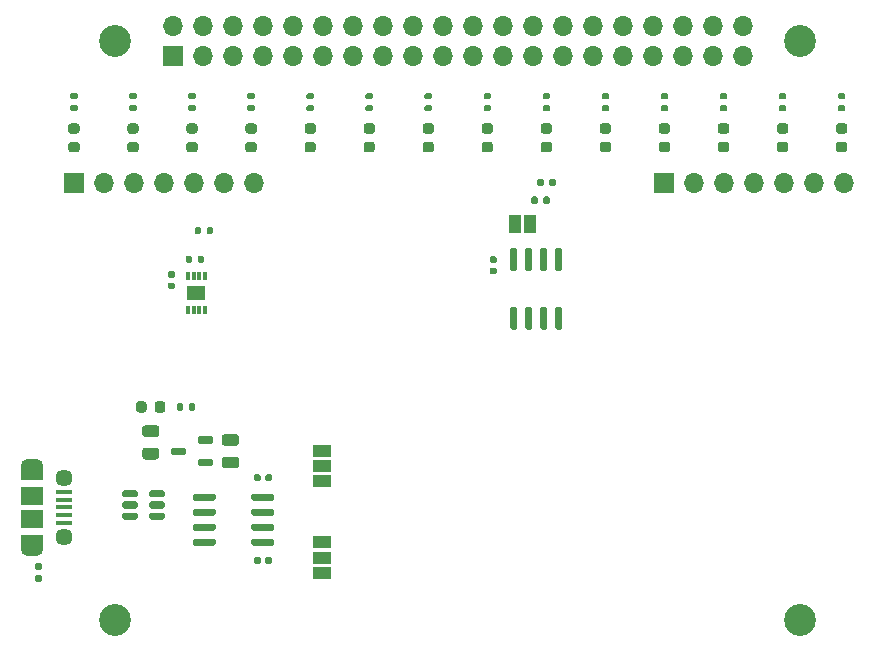
<source format=gts>
G04 #@! TF.GenerationSoftware,KiCad,Pcbnew,7.0.7-7.0.7~ubuntu23.04.1*
G04 #@! TF.CreationDate,2023-08-30T06:09:28+00:00*
G04 #@! TF.ProjectId,baggerdails,62616767-6572-4646-9169-6c732e6b6963,rev?*
G04 #@! TF.SameCoordinates,Original*
G04 #@! TF.FileFunction,Soldermask,Top*
G04 #@! TF.FilePolarity,Negative*
%FSLAX46Y46*%
G04 Gerber Fmt 4.6, Leading zero omitted, Abs format (unit mm)*
G04 Created by KiCad (PCBNEW 7.0.7-7.0.7~ubuntu23.04.1) date 2023-08-30 06:09:28*
%MOMM*%
%LPD*%
G01*
G04 APERTURE LIST*
%ADD10R,1.500000X1.000000*%
%ADD11C,2.700000*%
%ADD12R,1.000000X1.500000*%
%ADD13R,1.700000X1.700000*%
%ADD14O,1.700000X1.700000*%
%ADD15R,0.300000X0.750000*%
%ADD16R,1.500000X1.300000*%
%ADD17R,1.350000X0.400000*%
%ADD18O,1.900000X1.200000*%
%ADD19R,1.900000X1.200000*%
%ADD20C,1.450000*%
%ADD21R,1.900000X1.500000*%
G04 APERTURE END LIST*
G36*
G01*
X111800000Y-83050000D02*
X111800000Y-83350000D01*
G75*
G02*
X111650000Y-83500000I-150000J0D01*
G01*
X110625000Y-83500000D01*
G75*
G02*
X110475000Y-83350000I0J150000D01*
G01*
X110475000Y-83050000D01*
G75*
G02*
X110625000Y-82900000I150000J0D01*
G01*
X111650000Y-82900000D01*
G75*
G02*
X111800000Y-83050000I0J-150000D01*
G01*
G37*
G36*
G01*
X111800000Y-81150000D02*
X111800000Y-81450000D01*
G75*
G02*
X111650000Y-81600000I-150000J0D01*
G01*
X110625000Y-81600000D01*
G75*
G02*
X110475000Y-81450000I0J150000D01*
G01*
X110475000Y-81150000D01*
G75*
G02*
X110625000Y-81000000I150000J0D01*
G01*
X111650000Y-81000000D01*
G75*
G02*
X111800000Y-81150000I0J-150000D01*
G01*
G37*
G36*
G01*
X109525000Y-82100000D02*
X109525000Y-82400000D01*
G75*
G02*
X109375000Y-82550000I-150000J0D01*
G01*
X108350000Y-82550000D01*
G75*
G02*
X108200000Y-82400000I0J150000D01*
G01*
X108200000Y-82100000D01*
G75*
G02*
X108350000Y-81950000I150000J0D01*
G01*
X109375000Y-81950000D01*
G75*
G02*
X109525000Y-82100000I0J-150000D01*
G01*
G37*
G36*
G01*
X96827500Y-91735000D02*
X97172500Y-91735000D01*
G75*
G02*
X97320000Y-91882500I0J-147500D01*
G01*
X97320000Y-92177500D01*
G75*
G02*
X97172500Y-92325000I-147500J0D01*
G01*
X96827500Y-92325000D01*
G75*
G02*
X96680000Y-92177500I0J147500D01*
G01*
X96680000Y-91882500D01*
G75*
G02*
X96827500Y-91735000I147500J0D01*
G01*
G37*
G36*
G01*
X96827500Y-92705000D02*
X97172500Y-92705000D01*
G75*
G02*
X97320000Y-92852500I0J-147500D01*
G01*
X97320000Y-93147500D01*
G75*
G02*
X97172500Y-93295000I-147500J0D01*
G01*
X96827500Y-93295000D01*
G75*
G02*
X96680000Y-93147500I0J147500D01*
G01*
X96680000Y-92852500D01*
G75*
G02*
X96827500Y-92705000I147500J0D01*
G01*
G37*
D10*
X121000000Y-84800000D03*
X121000000Y-83500000D03*
X121000000Y-82200000D03*
D11*
X161500000Y-47500000D03*
G36*
G01*
X120256250Y-56937500D02*
X119743750Y-56937500D01*
G75*
G02*
X119525000Y-56718750I0J218750D01*
G01*
X119525000Y-56281250D01*
G75*
G02*
X119743750Y-56062500I218750J0D01*
G01*
X120256250Y-56062500D01*
G75*
G02*
X120475000Y-56281250I0J-218750D01*
G01*
X120475000Y-56718750D01*
G75*
G02*
X120256250Y-56937500I-218750J0D01*
G01*
G37*
G36*
G01*
X120256250Y-55362500D02*
X119743750Y-55362500D01*
G75*
G02*
X119525000Y-55143750I0J218750D01*
G01*
X119525000Y-54706250D01*
G75*
G02*
X119743750Y-54487500I218750J0D01*
G01*
X120256250Y-54487500D01*
G75*
G02*
X120475000Y-54706250I0J-218750D01*
G01*
X120475000Y-55143750D01*
G75*
G02*
X120256250Y-55362500I-218750J0D01*
G01*
G37*
G36*
G01*
X160256250Y-56937500D02*
X159743750Y-56937500D01*
G75*
G02*
X159525000Y-56718750I0J218750D01*
G01*
X159525000Y-56281250D01*
G75*
G02*
X159743750Y-56062500I218750J0D01*
G01*
X160256250Y-56062500D01*
G75*
G02*
X160475000Y-56281250I0J-218750D01*
G01*
X160475000Y-56718750D01*
G75*
G02*
X160256250Y-56937500I-218750J0D01*
G01*
G37*
G36*
G01*
X160256250Y-55362500D02*
X159743750Y-55362500D01*
G75*
G02*
X159525000Y-55143750I0J218750D01*
G01*
X159525000Y-54706250D01*
G75*
G02*
X159743750Y-54487500I218750J0D01*
G01*
X160256250Y-54487500D01*
G75*
G02*
X160475000Y-54706250I0J-218750D01*
G01*
X160475000Y-55143750D01*
G75*
G02*
X160256250Y-55362500I-218750J0D01*
G01*
G37*
G36*
G01*
X108080000Y-67010000D02*
X108420000Y-67010000D01*
G75*
G02*
X108560000Y-67150000I0J-140000D01*
G01*
X108560000Y-67430000D01*
G75*
G02*
X108420000Y-67570000I-140000J0D01*
G01*
X108080000Y-67570000D01*
G75*
G02*
X107940000Y-67430000I0J140000D01*
G01*
X107940000Y-67150000D01*
G75*
G02*
X108080000Y-67010000I140000J0D01*
G01*
G37*
G36*
G01*
X108080000Y-67970000D02*
X108420000Y-67970000D01*
G75*
G02*
X108560000Y-68110000I0J-140000D01*
G01*
X108560000Y-68390000D01*
G75*
G02*
X108420000Y-68530000I-140000J0D01*
G01*
X108080000Y-68530000D01*
G75*
G02*
X107940000Y-68390000I0J140000D01*
G01*
X107940000Y-68110000D01*
G75*
G02*
X108080000Y-67970000I140000J0D01*
G01*
G37*
G36*
G01*
X138720000Y-61185000D02*
X138720000Y-60815000D01*
G75*
G02*
X138855000Y-60680000I135000J0D01*
G01*
X139125000Y-60680000D01*
G75*
G02*
X139260000Y-60815000I0J-135000D01*
G01*
X139260000Y-61185000D01*
G75*
G02*
X139125000Y-61320000I-135000J0D01*
G01*
X138855000Y-61320000D01*
G75*
G02*
X138720000Y-61185000I0J135000D01*
G01*
G37*
G36*
G01*
X139740000Y-61185000D02*
X139740000Y-60815000D01*
G75*
G02*
X139875000Y-60680000I135000J0D01*
G01*
X140145000Y-60680000D01*
G75*
G02*
X140280000Y-60815000I0J-135000D01*
G01*
X140280000Y-61185000D01*
G75*
G02*
X140145000Y-61320000I-135000J0D01*
G01*
X139875000Y-61320000D01*
G75*
G02*
X139740000Y-61185000I0J135000D01*
G01*
G37*
G36*
G01*
X149815000Y-51922500D02*
X150185000Y-51922500D01*
G75*
G02*
X150320000Y-52057500I0J-135000D01*
G01*
X150320000Y-52327500D01*
G75*
G02*
X150185000Y-52462500I-135000J0D01*
G01*
X149815000Y-52462500D01*
G75*
G02*
X149680000Y-52327500I0J135000D01*
G01*
X149680000Y-52057500D01*
G75*
G02*
X149815000Y-51922500I135000J0D01*
G01*
G37*
G36*
G01*
X149815000Y-52942500D02*
X150185000Y-52942500D01*
G75*
G02*
X150320000Y-53077500I0J-135000D01*
G01*
X150320000Y-53347500D01*
G75*
G02*
X150185000Y-53482500I-135000J0D01*
G01*
X149815000Y-53482500D01*
G75*
G02*
X149680000Y-53347500I0J135000D01*
G01*
X149680000Y-53077500D01*
G75*
G02*
X149815000Y-52942500I135000J0D01*
G01*
G37*
G36*
G01*
X100256250Y-56937500D02*
X99743750Y-56937500D01*
G75*
G02*
X99525000Y-56718750I0J218750D01*
G01*
X99525000Y-56281250D01*
G75*
G02*
X99743750Y-56062500I218750J0D01*
G01*
X100256250Y-56062500D01*
G75*
G02*
X100475000Y-56281250I0J-218750D01*
G01*
X100475000Y-56718750D01*
G75*
G02*
X100256250Y-56937500I-218750J0D01*
G01*
G37*
G36*
G01*
X100256250Y-55362500D02*
X99743750Y-55362500D01*
G75*
G02*
X99525000Y-55143750I0J218750D01*
G01*
X99525000Y-54706250D01*
G75*
G02*
X99743750Y-54487500I218750J0D01*
G01*
X100256250Y-54487500D01*
G75*
G02*
X100475000Y-54706250I0J-218750D01*
G01*
X100475000Y-55143750D01*
G75*
G02*
X100256250Y-55362500I-218750J0D01*
G01*
G37*
G36*
G01*
X113725000Y-83700000D02*
X112775000Y-83700000D01*
G75*
G02*
X112525000Y-83450000I0J250000D01*
G01*
X112525000Y-82950000D01*
G75*
G02*
X112775000Y-82700000I250000J0D01*
G01*
X113725000Y-82700000D01*
G75*
G02*
X113975000Y-82950000I0J-250000D01*
G01*
X113975000Y-83450000D01*
G75*
G02*
X113725000Y-83700000I-250000J0D01*
G01*
G37*
G36*
G01*
X113725000Y-81800000D02*
X112775000Y-81800000D01*
G75*
G02*
X112525000Y-81550000I0J250000D01*
G01*
X112525000Y-81050000D01*
G75*
G02*
X112775000Y-80800000I250000J0D01*
G01*
X113725000Y-80800000D01*
G75*
G02*
X113975000Y-81050000I0J-250000D01*
G01*
X113975000Y-81550000D01*
G75*
G02*
X113725000Y-81800000I-250000J0D01*
G01*
G37*
G36*
G01*
X144815000Y-51922500D02*
X145185000Y-51922500D01*
G75*
G02*
X145320000Y-52057500I0J-135000D01*
G01*
X145320000Y-52327500D01*
G75*
G02*
X145185000Y-52462500I-135000J0D01*
G01*
X144815000Y-52462500D01*
G75*
G02*
X144680000Y-52327500I0J135000D01*
G01*
X144680000Y-52057500D01*
G75*
G02*
X144815000Y-51922500I135000J0D01*
G01*
G37*
G36*
G01*
X144815000Y-52942500D02*
X145185000Y-52942500D01*
G75*
G02*
X145320000Y-53077500I0J-135000D01*
G01*
X145320000Y-53347500D01*
G75*
G02*
X145185000Y-53482500I-135000J0D01*
G01*
X144815000Y-53482500D01*
G75*
G02*
X144680000Y-53347500I0J135000D01*
G01*
X144680000Y-53077500D01*
G75*
G02*
X144815000Y-52942500I135000J0D01*
G01*
G37*
G36*
G01*
X159815000Y-51922500D02*
X160185000Y-51922500D01*
G75*
G02*
X160320000Y-52057500I0J-135000D01*
G01*
X160320000Y-52327500D01*
G75*
G02*
X160185000Y-52462500I-135000J0D01*
G01*
X159815000Y-52462500D01*
G75*
G02*
X159680000Y-52327500I0J135000D01*
G01*
X159680000Y-52057500D01*
G75*
G02*
X159815000Y-51922500I135000J0D01*
G01*
G37*
G36*
G01*
X159815000Y-52942500D02*
X160185000Y-52942500D01*
G75*
G02*
X160320000Y-53077500I0J-135000D01*
G01*
X160320000Y-53347500D01*
G75*
G02*
X160185000Y-53482500I-135000J0D01*
G01*
X159815000Y-53482500D01*
G75*
G02*
X159680000Y-53347500I0J135000D01*
G01*
X159680000Y-53077500D01*
G75*
G02*
X159815000Y-52942500I135000J0D01*
G01*
G37*
G36*
G01*
X116780000Y-84330000D02*
X116780000Y-84670000D01*
G75*
G02*
X116640000Y-84810000I-140000J0D01*
G01*
X116360000Y-84810000D01*
G75*
G02*
X116220000Y-84670000I0J140000D01*
G01*
X116220000Y-84330000D01*
G75*
G02*
X116360000Y-84190000I140000J0D01*
G01*
X116640000Y-84190000D01*
G75*
G02*
X116780000Y-84330000I0J-140000D01*
G01*
G37*
G36*
G01*
X115820000Y-84330000D02*
X115820000Y-84670000D01*
G75*
G02*
X115680000Y-84810000I-140000J0D01*
G01*
X115400000Y-84810000D01*
G75*
G02*
X115260000Y-84670000I0J140000D01*
G01*
X115260000Y-84330000D01*
G75*
G02*
X115400000Y-84190000I140000J0D01*
G01*
X115680000Y-84190000D01*
G75*
G02*
X115820000Y-84330000I0J-140000D01*
G01*
G37*
G36*
G01*
X135256250Y-56937500D02*
X134743750Y-56937500D01*
G75*
G02*
X134525000Y-56718750I0J218750D01*
G01*
X134525000Y-56281250D01*
G75*
G02*
X134743750Y-56062500I218750J0D01*
G01*
X135256250Y-56062500D01*
G75*
G02*
X135475000Y-56281250I0J-218750D01*
G01*
X135475000Y-56718750D01*
G75*
G02*
X135256250Y-56937500I-218750J0D01*
G01*
G37*
G36*
G01*
X135256250Y-55362500D02*
X134743750Y-55362500D01*
G75*
G02*
X134525000Y-55143750I0J218750D01*
G01*
X134525000Y-54706250D01*
G75*
G02*
X134743750Y-54487500I218750J0D01*
G01*
X135256250Y-54487500D01*
G75*
G02*
X135475000Y-54706250I0J-218750D01*
G01*
X135475000Y-55143750D01*
G75*
G02*
X135256250Y-55362500I-218750J0D01*
G01*
G37*
G36*
G01*
X154815000Y-51922500D02*
X155185000Y-51922500D01*
G75*
G02*
X155320000Y-52057500I0J-135000D01*
G01*
X155320000Y-52327500D01*
G75*
G02*
X155185000Y-52462500I-135000J0D01*
G01*
X154815000Y-52462500D01*
G75*
G02*
X154680000Y-52327500I0J135000D01*
G01*
X154680000Y-52057500D01*
G75*
G02*
X154815000Y-51922500I135000J0D01*
G01*
G37*
G36*
G01*
X154815000Y-52942500D02*
X155185000Y-52942500D01*
G75*
G02*
X155320000Y-53077500I0J-135000D01*
G01*
X155320000Y-53347500D01*
G75*
G02*
X155185000Y-53482500I-135000J0D01*
G01*
X154815000Y-53482500D01*
G75*
G02*
X154680000Y-53347500I0J135000D01*
G01*
X154680000Y-53077500D01*
G75*
G02*
X154815000Y-52942500I135000J0D01*
G01*
G37*
G36*
G01*
X106975000Y-82950000D02*
X106025000Y-82950000D01*
G75*
G02*
X105775000Y-82700000I0J250000D01*
G01*
X105775000Y-82200000D01*
G75*
G02*
X106025000Y-81950000I250000J0D01*
G01*
X106975000Y-81950000D01*
G75*
G02*
X107225000Y-82200000I0J-250000D01*
G01*
X107225000Y-82700000D01*
G75*
G02*
X106975000Y-82950000I-250000J0D01*
G01*
G37*
G36*
G01*
X106975000Y-81050000D02*
X106025000Y-81050000D01*
G75*
G02*
X105775000Y-80800000I0J250000D01*
G01*
X105775000Y-80300000D01*
G75*
G02*
X106025000Y-80050000I250000J0D01*
G01*
X106975000Y-80050000D01*
G75*
G02*
X107225000Y-80300000I0J-250000D01*
G01*
X107225000Y-80800000D01*
G75*
G02*
X106975000Y-81050000I-250000J0D01*
G01*
G37*
G36*
G01*
X104815000Y-51922500D02*
X105185000Y-51922500D01*
G75*
G02*
X105320000Y-52057500I0J-135000D01*
G01*
X105320000Y-52327500D01*
G75*
G02*
X105185000Y-52462500I-135000J0D01*
G01*
X104815000Y-52462500D01*
G75*
G02*
X104680000Y-52327500I0J135000D01*
G01*
X104680000Y-52057500D01*
G75*
G02*
X104815000Y-51922500I135000J0D01*
G01*
G37*
G36*
G01*
X104815000Y-52942500D02*
X105185000Y-52942500D01*
G75*
G02*
X105320000Y-53077500I0J-135000D01*
G01*
X105320000Y-53347500D01*
G75*
G02*
X105185000Y-53482500I-135000J0D01*
G01*
X104815000Y-53482500D01*
G75*
G02*
X104680000Y-53347500I0J135000D01*
G01*
X104680000Y-53077500D01*
G75*
G02*
X104815000Y-52942500I135000J0D01*
G01*
G37*
D12*
X138650000Y-62975000D03*
X137350000Y-62975000D03*
G36*
G01*
X135330000Y-65740000D02*
X135670000Y-65740000D01*
G75*
G02*
X135810000Y-65880000I0J-140000D01*
G01*
X135810000Y-66160000D01*
G75*
G02*
X135670000Y-66300000I-140000J0D01*
G01*
X135330000Y-66300000D01*
G75*
G02*
X135190000Y-66160000I0J140000D01*
G01*
X135190000Y-65880000D01*
G75*
G02*
X135330000Y-65740000I140000J0D01*
G01*
G37*
G36*
G01*
X135330000Y-66700000D02*
X135670000Y-66700000D01*
G75*
G02*
X135810000Y-66840000I0J-140000D01*
G01*
X135810000Y-67120000D01*
G75*
G02*
X135670000Y-67260000I-140000J0D01*
G01*
X135330000Y-67260000D01*
G75*
G02*
X135190000Y-67120000I0J140000D01*
G01*
X135190000Y-66840000D01*
G75*
G02*
X135330000Y-66700000I140000J0D01*
G01*
G37*
G36*
G01*
X125256250Y-56937500D02*
X124743750Y-56937500D01*
G75*
G02*
X124525000Y-56718750I0J218750D01*
G01*
X124525000Y-56281250D01*
G75*
G02*
X124743750Y-56062500I218750J0D01*
G01*
X125256250Y-56062500D01*
G75*
G02*
X125475000Y-56281250I0J-218750D01*
G01*
X125475000Y-56718750D01*
G75*
G02*
X125256250Y-56937500I-218750J0D01*
G01*
G37*
G36*
G01*
X125256250Y-55362500D02*
X124743750Y-55362500D01*
G75*
G02*
X124525000Y-55143750I0J218750D01*
G01*
X124525000Y-54706250D01*
G75*
G02*
X124743750Y-54487500I218750J0D01*
G01*
X125256250Y-54487500D01*
G75*
G02*
X125475000Y-54706250I0J-218750D01*
G01*
X125475000Y-55143750D01*
G75*
G02*
X125256250Y-55362500I-218750J0D01*
G01*
G37*
G36*
G01*
X110220000Y-63755000D02*
X110220000Y-63385000D01*
G75*
G02*
X110355000Y-63250000I135000J0D01*
G01*
X110625000Y-63250000D01*
G75*
G02*
X110760000Y-63385000I0J-135000D01*
G01*
X110760000Y-63755000D01*
G75*
G02*
X110625000Y-63890000I-135000J0D01*
G01*
X110355000Y-63890000D01*
G75*
G02*
X110220000Y-63755000I0J135000D01*
G01*
G37*
G36*
G01*
X111240000Y-63755000D02*
X111240000Y-63385000D01*
G75*
G02*
X111375000Y-63250000I135000J0D01*
G01*
X111645000Y-63250000D01*
G75*
G02*
X111780000Y-63385000I0J-135000D01*
G01*
X111780000Y-63755000D01*
G75*
G02*
X111645000Y-63890000I-135000J0D01*
G01*
X111375000Y-63890000D01*
G75*
G02*
X111240000Y-63755000I0J135000D01*
G01*
G37*
G36*
G01*
X114815000Y-51922500D02*
X115185000Y-51922500D01*
G75*
G02*
X115320000Y-52057500I0J-135000D01*
G01*
X115320000Y-52327500D01*
G75*
G02*
X115185000Y-52462500I-135000J0D01*
G01*
X114815000Y-52462500D01*
G75*
G02*
X114680000Y-52327500I0J135000D01*
G01*
X114680000Y-52057500D01*
G75*
G02*
X114815000Y-51922500I135000J0D01*
G01*
G37*
G36*
G01*
X114815000Y-52942500D02*
X115185000Y-52942500D01*
G75*
G02*
X115320000Y-53077500I0J-135000D01*
G01*
X115320000Y-53347500D01*
G75*
G02*
X115185000Y-53482500I-135000J0D01*
G01*
X114815000Y-53482500D01*
G75*
G02*
X114680000Y-53347500I0J135000D01*
G01*
X114680000Y-53077500D01*
G75*
G02*
X114815000Y-52942500I135000J0D01*
G01*
G37*
G36*
G01*
X116760000Y-91330000D02*
X116760000Y-91670000D01*
G75*
G02*
X116620000Y-91810000I-140000J0D01*
G01*
X116340000Y-91810000D01*
G75*
G02*
X116200000Y-91670000I0J140000D01*
G01*
X116200000Y-91330000D01*
G75*
G02*
X116340000Y-91190000I140000J0D01*
G01*
X116620000Y-91190000D01*
G75*
G02*
X116760000Y-91330000I0J-140000D01*
G01*
G37*
G36*
G01*
X115800000Y-91330000D02*
X115800000Y-91670000D01*
G75*
G02*
X115660000Y-91810000I-140000J0D01*
G01*
X115380000Y-91810000D01*
G75*
G02*
X115240000Y-91670000I0J140000D01*
G01*
X115240000Y-91330000D01*
G75*
G02*
X115380000Y-91190000I140000J0D01*
G01*
X115660000Y-91190000D01*
G75*
G02*
X115800000Y-91330000I0J-140000D01*
G01*
G37*
G36*
G01*
X130256250Y-56937500D02*
X129743750Y-56937500D01*
G75*
G02*
X129525000Y-56718750I0J218750D01*
G01*
X129525000Y-56281250D01*
G75*
G02*
X129743750Y-56062500I218750J0D01*
G01*
X130256250Y-56062500D01*
G75*
G02*
X130475000Y-56281250I0J-218750D01*
G01*
X130475000Y-56718750D01*
G75*
G02*
X130256250Y-56937500I-218750J0D01*
G01*
G37*
G36*
G01*
X130256250Y-55362500D02*
X129743750Y-55362500D01*
G75*
G02*
X129525000Y-55143750I0J218750D01*
G01*
X129525000Y-54706250D01*
G75*
G02*
X129743750Y-54487500I218750J0D01*
G01*
X130256250Y-54487500D01*
G75*
G02*
X130475000Y-54706250I0J-218750D01*
G01*
X130475000Y-55143750D01*
G75*
G02*
X130256250Y-55362500I-218750J0D01*
G01*
G37*
D13*
X150000000Y-59500000D03*
D14*
X152540000Y-59500000D03*
X155080000Y-59500000D03*
X157620000Y-59500000D03*
X160160000Y-59500000D03*
X162700000Y-59500000D03*
X165240000Y-59500000D03*
G36*
G01*
X109460000Y-66185000D02*
X109460000Y-65815000D01*
G75*
G02*
X109595000Y-65680000I135000J0D01*
G01*
X109865000Y-65680000D01*
G75*
G02*
X110000000Y-65815000I0J-135000D01*
G01*
X110000000Y-66185000D01*
G75*
G02*
X109865000Y-66320000I-135000J0D01*
G01*
X109595000Y-66320000D01*
G75*
G02*
X109460000Y-66185000I0J135000D01*
G01*
G37*
G36*
G01*
X110480000Y-66185000D02*
X110480000Y-65815000D01*
G75*
G02*
X110615000Y-65680000I135000J0D01*
G01*
X110885000Y-65680000D01*
G75*
G02*
X111020000Y-65815000I0J-135000D01*
G01*
X111020000Y-66185000D01*
G75*
G02*
X110885000Y-66320000I-135000J0D01*
G01*
X110615000Y-66320000D01*
G75*
G02*
X110480000Y-66185000I0J135000D01*
G01*
G37*
G36*
G01*
X165256250Y-56937500D02*
X164743750Y-56937500D01*
G75*
G02*
X164525000Y-56718750I0J218750D01*
G01*
X164525000Y-56281250D01*
G75*
G02*
X164743750Y-56062500I218750J0D01*
G01*
X165256250Y-56062500D01*
G75*
G02*
X165475000Y-56281250I0J-218750D01*
G01*
X165475000Y-56718750D01*
G75*
G02*
X165256250Y-56937500I-218750J0D01*
G01*
G37*
G36*
G01*
X165256250Y-55362500D02*
X164743750Y-55362500D01*
G75*
G02*
X164525000Y-55143750I0J218750D01*
G01*
X164525000Y-54706250D01*
G75*
G02*
X164743750Y-54487500I218750J0D01*
G01*
X165256250Y-54487500D01*
G75*
G02*
X165475000Y-54706250I0J-218750D01*
G01*
X165475000Y-55143750D01*
G75*
G02*
X165256250Y-55362500I-218750J0D01*
G01*
G37*
G36*
G01*
X110290000Y-78315000D02*
X110290000Y-78685000D01*
G75*
G02*
X110155000Y-78820000I-135000J0D01*
G01*
X109885000Y-78820000D01*
G75*
G02*
X109750000Y-78685000I0J135000D01*
G01*
X109750000Y-78315000D01*
G75*
G02*
X109885000Y-78180000I135000J0D01*
G01*
X110155000Y-78180000D01*
G75*
G02*
X110290000Y-78315000I0J-135000D01*
G01*
G37*
G36*
G01*
X109270000Y-78315000D02*
X109270000Y-78685000D01*
G75*
G02*
X109135000Y-78820000I-135000J0D01*
G01*
X108865000Y-78820000D01*
G75*
G02*
X108730000Y-78685000I0J135000D01*
G01*
X108730000Y-78315000D01*
G75*
G02*
X108865000Y-78180000I135000J0D01*
G01*
X109135000Y-78180000D01*
G75*
G02*
X109270000Y-78315000I0J-135000D01*
G01*
G37*
G36*
G01*
X139220000Y-59685000D02*
X139220000Y-59315000D01*
G75*
G02*
X139355000Y-59180000I135000J0D01*
G01*
X139625000Y-59180000D01*
G75*
G02*
X139760000Y-59315000I0J-135000D01*
G01*
X139760000Y-59685000D01*
G75*
G02*
X139625000Y-59820000I-135000J0D01*
G01*
X139355000Y-59820000D01*
G75*
G02*
X139220000Y-59685000I0J135000D01*
G01*
G37*
G36*
G01*
X140240000Y-59685000D02*
X140240000Y-59315000D01*
G75*
G02*
X140375000Y-59180000I135000J0D01*
G01*
X140645000Y-59180000D01*
G75*
G02*
X140780000Y-59315000I0J-135000D01*
G01*
X140780000Y-59685000D01*
G75*
G02*
X140645000Y-59820000I-135000J0D01*
G01*
X140375000Y-59820000D01*
G75*
G02*
X140240000Y-59685000I0J135000D01*
G01*
G37*
G36*
G01*
X110256250Y-56937500D02*
X109743750Y-56937500D01*
G75*
G02*
X109525000Y-56718750I0J218750D01*
G01*
X109525000Y-56281250D01*
G75*
G02*
X109743750Y-56062500I218750J0D01*
G01*
X110256250Y-56062500D01*
G75*
G02*
X110475000Y-56281250I0J-218750D01*
G01*
X110475000Y-56718750D01*
G75*
G02*
X110256250Y-56937500I-218750J0D01*
G01*
G37*
G36*
G01*
X110256250Y-55362500D02*
X109743750Y-55362500D01*
G75*
G02*
X109525000Y-55143750I0J218750D01*
G01*
X109525000Y-54706250D01*
G75*
G02*
X109743750Y-54487500I218750J0D01*
G01*
X110256250Y-54487500D01*
G75*
G02*
X110475000Y-54706250I0J-218750D01*
G01*
X110475000Y-55143750D01*
G75*
G02*
X110256250Y-55362500I-218750J0D01*
G01*
G37*
G36*
G01*
X150256250Y-56937500D02*
X149743750Y-56937500D01*
G75*
G02*
X149525000Y-56718750I0J218750D01*
G01*
X149525000Y-56281250D01*
G75*
G02*
X149743750Y-56062500I218750J0D01*
G01*
X150256250Y-56062500D01*
G75*
G02*
X150475000Y-56281250I0J-218750D01*
G01*
X150475000Y-56718750D01*
G75*
G02*
X150256250Y-56937500I-218750J0D01*
G01*
G37*
G36*
G01*
X150256250Y-55362500D02*
X149743750Y-55362500D01*
G75*
G02*
X149525000Y-55143750I0J218750D01*
G01*
X149525000Y-54706250D01*
G75*
G02*
X149743750Y-54487500I218750J0D01*
G01*
X150256250Y-54487500D01*
G75*
G02*
X150475000Y-54706250I0J-218750D01*
G01*
X150475000Y-55143750D01*
G75*
G02*
X150256250Y-55362500I-218750J0D01*
G01*
G37*
G36*
G01*
X164815000Y-51922500D02*
X165185000Y-51922500D01*
G75*
G02*
X165320000Y-52057500I0J-135000D01*
G01*
X165320000Y-52327500D01*
G75*
G02*
X165185000Y-52462500I-135000J0D01*
G01*
X164815000Y-52462500D01*
G75*
G02*
X164680000Y-52327500I0J135000D01*
G01*
X164680000Y-52057500D01*
G75*
G02*
X164815000Y-51922500I135000J0D01*
G01*
G37*
G36*
G01*
X164815000Y-52942500D02*
X165185000Y-52942500D01*
G75*
G02*
X165320000Y-53077500I0J-135000D01*
G01*
X165320000Y-53347500D01*
G75*
G02*
X165185000Y-53482500I-135000J0D01*
G01*
X164815000Y-53482500D01*
G75*
G02*
X164680000Y-53347500I0J135000D01*
G01*
X164680000Y-53077500D01*
G75*
G02*
X164815000Y-52942500I135000J0D01*
G01*
G37*
G36*
G01*
X140256250Y-56937500D02*
X139743750Y-56937500D01*
G75*
G02*
X139525000Y-56718750I0J218750D01*
G01*
X139525000Y-56281250D01*
G75*
G02*
X139743750Y-56062500I218750J0D01*
G01*
X140256250Y-56062500D01*
G75*
G02*
X140475000Y-56281250I0J-218750D01*
G01*
X140475000Y-56718750D01*
G75*
G02*
X140256250Y-56937500I-218750J0D01*
G01*
G37*
G36*
G01*
X140256250Y-55362500D02*
X139743750Y-55362500D01*
G75*
G02*
X139525000Y-55143750I0J218750D01*
G01*
X139525000Y-54706250D01*
G75*
G02*
X139743750Y-54487500I218750J0D01*
G01*
X140256250Y-54487500D01*
G75*
G02*
X140475000Y-54706250I0J-218750D01*
G01*
X140475000Y-55143750D01*
G75*
G02*
X140256250Y-55362500I-218750J0D01*
G01*
G37*
D10*
X121000000Y-89950000D03*
X121000000Y-91250000D03*
X121000000Y-92550000D03*
D11*
X103500000Y-96500000D03*
G36*
G01*
X134815000Y-51922500D02*
X135185000Y-51922500D01*
G75*
G02*
X135320000Y-52057500I0J-135000D01*
G01*
X135320000Y-52327500D01*
G75*
G02*
X135185000Y-52462500I-135000J0D01*
G01*
X134815000Y-52462500D01*
G75*
G02*
X134680000Y-52327500I0J135000D01*
G01*
X134680000Y-52057500D01*
G75*
G02*
X134815000Y-51922500I135000J0D01*
G01*
G37*
G36*
G01*
X134815000Y-52942500D02*
X135185000Y-52942500D01*
G75*
G02*
X135320000Y-53077500I0J-135000D01*
G01*
X135320000Y-53347500D01*
G75*
G02*
X135185000Y-53482500I-135000J0D01*
G01*
X134815000Y-53482500D01*
G75*
G02*
X134680000Y-53347500I0J135000D01*
G01*
X134680000Y-53077500D01*
G75*
G02*
X134815000Y-52942500I135000J0D01*
G01*
G37*
D15*
X109625000Y-70275000D03*
X110125000Y-70275000D03*
X110625000Y-70275000D03*
X111125000Y-70275000D03*
X111125000Y-67375000D03*
X110625000Y-67375000D03*
X110125000Y-67375000D03*
X109625000Y-67375000D03*
D16*
X110375000Y-68825000D03*
D11*
X103500000Y-47500000D03*
G36*
G01*
X105256250Y-56937500D02*
X104743750Y-56937500D01*
G75*
G02*
X104525000Y-56718750I0J218750D01*
G01*
X104525000Y-56281250D01*
G75*
G02*
X104743750Y-56062500I218750J0D01*
G01*
X105256250Y-56062500D01*
G75*
G02*
X105475000Y-56281250I0J-218750D01*
G01*
X105475000Y-56718750D01*
G75*
G02*
X105256250Y-56937500I-218750J0D01*
G01*
G37*
G36*
G01*
X105256250Y-55362500D02*
X104743750Y-55362500D01*
G75*
G02*
X104525000Y-55143750I0J218750D01*
G01*
X104525000Y-54706250D01*
G75*
G02*
X104743750Y-54487500I218750J0D01*
G01*
X105256250Y-54487500D01*
G75*
G02*
X105475000Y-54706250I0J-218750D01*
G01*
X105475000Y-55143750D01*
G75*
G02*
X105256250Y-55362500I-218750J0D01*
G01*
G37*
D13*
X100000000Y-59500000D03*
D14*
X102540000Y-59500000D03*
X105080000Y-59500000D03*
X107620000Y-59500000D03*
X110160000Y-59500000D03*
X112700000Y-59500000D03*
X115240000Y-59500000D03*
G36*
G01*
X155256250Y-56937500D02*
X154743750Y-56937500D01*
G75*
G02*
X154525000Y-56718750I0J218750D01*
G01*
X154525000Y-56281250D01*
G75*
G02*
X154743750Y-56062500I218750J0D01*
G01*
X155256250Y-56062500D01*
G75*
G02*
X155475000Y-56281250I0J-218750D01*
G01*
X155475000Y-56718750D01*
G75*
G02*
X155256250Y-56937500I-218750J0D01*
G01*
G37*
G36*
G01*
X155256250Y-55362500D02*
X154743750Y-55362500D01*
G75*
G02*
X154525000Y-55143750I0J218750D01*
G01*
X154525000Y-54706250D01*
G75*
G02*
X154743750Y-54487500I218750J0D01*
G01*
X155256250Y-54487500D01*
G75*
G02*
X155475000Y-54706250I0J-218750D01*
G01*
X155475000Y-55143750D01*
G75*
G02*
X155256250Y-55362500I-218750J0D01*
G01*
G37*
G36*
G01*
X110050000Y-86295000D02*
X110050000Y-85995000D01*
G75*
G02*
X110200000Y-85845000I150000J0D01*
G01*
X111850000Y-85845000D01*
G75*
G02*
X112000000Y-85995000I0J-150000D01*
G01*
X112000000Y-86295000D01*
G75*
G02*
X111850000Y-86445000I-150000J0D01*
G01*
X110200000Y-86445000D01*
G75*
G02*
X110050000Y-86295000I0J150000D01*
G01*
G37*
G36*
G01*
X110050000Y-87565000D02*
X110050000Y-87265000D01*
G75*
G02*
X110200000Y-87115000I150000J0D01*
G01*
X111850000Y-87115000D01*
G75*
G02*
X112000000Y-87265000I0J-150000D01*
G01*
X112000000Y-87565000D01*
G75*
G02*
X111850000Y-87715000I-150000J0D01*
G01*
X110200000Y-87715000D01*
G75*
G02*
X110050000Y-87565000I0J150000D01*
G01*
G37*
G36*
G01*
X110050000Y-88835000D02*
X110050000Y-88535000D01*
G75*
G02*
X110200000Y-88385000I150000J0D01*
G01*
X111850000Y-88385000D01*
G75*
G02*
X112000000Y-88535000I0J-150000D01*
G01*
X112000000Y-88835000D01*
G75*
G02*
X111850000Y-88985000I-150000J0D01*
G01*
X110200000Y-88985000D01*
G75*
G02*
X110050000Y-88835000I0J150000D01*
G01*
G37*
G36*
G01*
X110050000Y-90105000D02*
X110050000Y-89805000D01*
G75*
G02*
X110200000Y-89655000I150000J0D01*
G01*
X111850000Y-89655000D01*
G75*
G02*
X112000000Y-89805000I0J-150000D01*
G01*
X112000000Y-90105000D01*
G75*
G02*
X111850000Y-90255000I-150000J0D01*
G01*
X110200000Y-90255000D01*
G75*
G02*
X110050000Y-90105000I0J150000D01*
G01*
G37*
G36*
G01*
X115000000Y-90105000D02*
X115000000Y-89805000D01*
G75*
G02*
X115150000Y-89655000I150000J0D01*
G01*
X116800000Y-89655000D01*
G75*
G02*
X116950000Y-89805000I0J-150000D01*
G01*
X116950000Y-90105000D01*
G75*
G02*
X116800000Y-90255000I-150000J0D01*
G01*
X115150000Y-90255000D01*
G75*
G02*
X115000000Y-90105000I0J150000D01*
G01*
G37*
G36*
G01*
X115000000Y-88835000D02*
X115000000Y-88535000D01*
G75*
G02*
X115150000Y-88385000I150000J0D01*
G01*
X116800000Y-88385000D01*
G75*
G02*
X116950000Y-88535000I0J-150000D01*
G01*
X116950000Y-88835000D01*
G75*
G02*
X116800000Y-88985000I-150000J0D01*
G01*
X115150000Y-88985000D01*
G75*
G02*
X115000000Y-88835000I0J150000D01*
G01*
G37*
G36*
G01*
X115000000Y-87565000D02*
X115000000Y-87265000D01*
G75*
G02*
X115150000Y-87115000I150000J0D01*
G01*
X116800000Y-87115000D01*
G75*
G02*
X116950000Y-87265000I0J-150000D01*
G01*
X116950000Y-87565000D01*
G75*
G02*
X116800000Y-87715000I-150000J0D01*
G01*
X115150000Y-87715000D01*
G75*
G02*
X115000000Y-87565000I0J150000D01*
G01*
G37*
G36*
G01*
X115000000Y-86295000D02*
X115000000Y-85995000D01*
G75*
G02*
X115150000Y-85845000I150000J0D01*
G01*
X116800000Y-85845000D01*
G75*
G02*
X116950000Y-85995000I0J-150000D01*
G01*
X116950000Y-86295000D01*
G75*
G02*
X116800000Y-86445000I-150000J0D01*
G01*
X115150000Y-86445000D01*
G75*
G02*
X115000000Y-86295000I0J150000D01*
G01*
G37*
G36*
G01*
X129815000Y-51922500D02*
X130185000Y-51922500D01*
G75*
G02*
X130320000Y-52057500I0J-135000D01*
G01*
X130320000Y-52327500D01*
G75*
G02*
X130185000Y-52462500I-135000J0D01*
G01*
X129815000Y-52462500D01*
G75*
G02*
X129680000Y-52327500I0J135000D01*
G01*
X129680000Y-52057500D01*
G75*
G02*
X129815000Y-51922500I135000J0D01*
G01*
G37*
G36*
G01*
X129815000Y-52942500D02*
X130185000Y-52942500D01*
G75*
G02*
X130320000Y-53077500I0J-135000D01*
G01*
X130320000Y-53347500D01*
G75*
G02*
X130185000Y-53482500I-135000J0D01*
G01*
X129815000Y-53482500D01*
G75*
G02*
X129680000Y-53347500I0J135000D01*
G01*
X129680000Y-53077500D01*
G75*
G02*
X129815000Y-52942500I135000J0D01*
G01*
G37*
G36*
G01*
X107687500Y-87600000D02*
X107687500Y-87900000D01*
G75*
G02*
X107537500Y-88050000I-150000J0D01*
G01*
X106512500Y-88050000D01*
G75*
G02*
X106362500Y-87900000I0J150000D01*
G01*
X106362500Y-87600000D01*
G75*
G02*
X106512500Y-87450000I150000J0D01*
G01*
X107537500Y-87450000D01*
G75*
G02*
X107687500Y-87600000I0J-150000D01*
G01*
G37*
G36*
G01*
X107687500Y-86650000D02*
X107687500Y-86950000D01*
G75*
G02*
X107537500Y-87100000I-150000J0D01*
G01*
X106512500Y-87100000D01*
G75*
G02*
X106362500Y-86950000I0J150000D01*
G01*
X106362500Y-86650000D01*
G75*
G02*
X106512500Y-86500000I150000J0D01*
G01*
X107537500Y-86500000D01*
G75*
G02*
X107687500Y-86650000I0J-150000D01*
G01*
G37*
G36*
G01*
X107687500Y-85700000D02*
X107687500Y-86000000D01*
G75*
G02*
X107537500Y-86150000I-150000J0D01*
G01*
X106512500Y-86150000D01*
G75*
G02*
X106362500Y-86000000I0J150000D01*
G01*
X106362500Y-85700000D01*
G75*
G02*
X106512500Y-85550000I150000J0D01*
G01*
X107537500Y-85550000D01*
G75*
G02*
X107687500Y-85700000I0J-150000D01*
G01*
G37*
G36*
G01*
X105412500Y-85700000D02*
X105412500Y-86000000D01*
G75*
G02*
X105262500Y-86150000I-150000J0D01*
G01*
X104237500Y-86150000D01*
G75*
G02*
X104087500Y-86000000I0J150000D01*
G01*
X104087500Y-85700000D01*
G75*
G02*
X104237500Y-85550000I150000J0D01*
G01*
X105262500Y-85550000D01*
G75*
G02*
X105412500Y-85700000I0J-150000D01*
G01*
G37*
G36*
G01*
X105412500Y-86650000D02*
X105412500Y-86950000D01*
G75*
G02*
X105262500Y-87100000I-150000J0D01*
G01*
X104237500Y-87100000D01*
G75*
G02*
X104087500Y-86950000I0J150000D01*
G01*
X104087500Y-86650000D01*
G75*
G02*
X104237500Y-86500000I150000J0D01*
G01*
X105262500Y-86500000D01*
G75*
G02*
X105412500Y-86650000I0J-150000D01*
G01*
G37*
G36*
G01*
X105412500Y-87600000D02*
X105412500Y-87900000D01*
G75*
G02*
X105262500Y-88050000I-150000J0D01*
G01*
X104237500Y-88050000D01*
G75*
G02*
X104087500Y-87900000I0J150000D01*
G01*
X104087500Y-87600000D01*
G75*
G02*
X104237500Y-87450000I150000J0D01*
G01*
X105262500Y-87450000D01*
G75*
G02*
X105412500Y-87600000I0J-150000D01*
G01*
G37*
G36*
G01*
X137380000Y-71950000D02*
X137080000Y-71950000D01*
G75*
G02*
X136930000Y-71800000I0J150000D01*
G01*
X136930000Y-70150000D01*
G75*
G02*
X137080000Y-70000000I150000J0D01*
G01*
X137380000Y-70000000D01*
G75*
G02*
X137530000Y-70150000I0J-150000D01*
G01*
X137530000Y-71800000D01*
G75*
G02*
X137380000Y-71950000I-150000J0D01*
G01*
G37*
G36*
G01*
X138650000Y-71950000D02*
X138350000Y-71950000D01*
G75*
G02*
X138200000Y-71800000I0J150000D01*
G01*
X138200000Y-70150000D01*
G75*
G02*
X138350000Y-70000000I150000J0D01*
G01*
X138650000Y-70000000D01*
G75*
G02*
X138800000Y-70150000I0J-150000D01*
G01*
X138800000Y-71800000D01*
G75*
G02*
X138650000Y-71950000I-150000J0D01*
G01*
G37*
G36*
G01*
X139920000Y-71950000D02*
X139620000Y-71950000D01*
G75*
G02*
X139470000Y-71800000I0J150000D01*
G01*
X139470000Y-70150000D01*
G75*
G02*
X139620000Y-70000000I150000J0D01*
G01*
X139920000Y-70000000D01*
G75*
G02*
X140070000Y-70150000I0J-150000D01*
G01*
X140070000Y-71800000D01*
G75*
G02*
X139920000Y-71950000I-150000J0D01*
G01*
G37*
G36*
G01*
X141190000Y-71950000D02*
X140890000Y-71950000D01*
G75*
G02*
X140740000Y-71800000I0J150000D01*
G01*
X140740000Y-70150000D01*
G75*
G02*
X140890000Y-70000000I150000J0D01*
G01*
X141190000Y-70000000D01*
G75*
G02*
X141340000Y-70150000I0J-150000D01*
G01*
X141340000Y-71800000D01*
G75*
G02*
X141190000Y-71950000I-150000J0D01*
G01*
G37*
G36*
G01*
X141190000Y-67000000D02*
X140890000Y-67000000D01*
G75*
G02*
X140740000Y-66850000I0J150000D01*
G01*
X140740000Y-65200000D01*
G75*
G02*
X140890000Y-65050000I150000J0D01*
G01*
X141190000Y-65050000D01*
G75*
G02*
X141340000Y-65200000I0J-150000D01*
G01*
X141340000Y-66850000D01*
G75*
G02*
X141190000Y-67000000I-150000J0D01*
G01*
G37*
G36*
G01*
X139920000Y-67000000D02*
X139620000Y-67000000D01*
G75*
G02*
X139470000Y-66850000I0J150000D01*
G01*
X139470000Y-65200000D01*
G75*
G02*
X139620000Y-65050000I150000J0D01*
G01*
X139920000Y-65050000D01*
G75*
G02*
X140070000Y-65200000I0J-150000D01*
G01*
X140070000Y-66850000D01*
G75*
G02*
X139920000Y-67000000I-150000J0D01*
G01*
G37*
G36*
G01*
X138650000Y-67000000D02*
X138350000Y-67000000D01*
G75*
G02*
X138200000Y-66850000I0J150000D01*
G01*
X138200000Y-65200000D01*
G75*
G02*
X138350000Y-65050000I150000J0D01*
G01*
X138650000Y-65050000D01*
G75*
G02*
X138800000Y-65200000I0J-150000D01*
G01*
X138800000Y-66850000D01*
G75*
G02*
X138650000Y-67000000I-150000J0D01*
G01*
G37*
G36*
G01*
X137380000Y-67000000D02*
X137080000Y-67000000D01*
G75*
G02*
X136930000Y-66850000I0J150000D01*
G01*
X136930000Y-65200000D01*
G75*
G02*
X137080000Y-65050000I150000J0D01*
G01*
X137380000Y-65050000D01*
G75*
G02*
X137530000Y-65200000I0J-150000D01*
G01*
X137530000Y-66850000D01*
G75*
G02*
X137380000Y-67000000I-150000J0D01*
G01*
G37*
D11*
X161500000Y-96500000D03*
G36*
G01*
X105275000Y-78756250D02*
X105275000Y-78243750D01*
G75*
G02*
X105493750Y-78025000I218750J0D01*
G01*
X105931250Y-78025000D01*
G75*
G02*
X106150000Y-78243750I0J-218750D01*
G01*
X106150000Y-78756250D01*
G75*
G02*
X105931250Y-78975000I-218750J0D01*
G01*
X105493750Y-78975000D01*
G75*
G02*
X105275000Y-78756250I0J218750D01*
G01*
G37*
G36*
G01*
X106850000Y-78756250D02*
X106850000Y-78243750D01*
G75*
G02*
X107068750Y-78025000I218750J0D01*
G01*
X107506250Y-78025000D01*
G75*
G02*
X107725000Y-78243750I0J-218750D01*
G01*
X107725000Y-78756250D01*
G75*
G02*
X107506250Y-78975000I-218750J0D01*
G01*
X107068750Y-78975000D01*
G75*
G02*
X106850000Y-78756250I0J218750D01*
G01*
G37*
G36*
G01*
X109815000Y-51922500D02*
X110185000Y-51922500D01*
G75*
G02*
X110320000Y-52057500I0J-135000D01*
G01*
X110320000Y-52327500D01*
G75*
G02*
X110185000Y-52462500I-135000J0D01*
G01*
X109815000Y-52462500D01*
G75*
G02*
X109680000Y-52327500I0J135000D01*
G01*
X109680000Y-52057500D01*
G75*
G02*
X109815000Y-51922500I135000J0D01*
G01*
G37*
G36*
G01*
X109815000Y-52942500D02*
X110185000Y-52942500D01*
G75*
G02*
X110320000Y-53077500I0J-135000D01*
G01*
X110320000Y-53347500D01*
G75*
G02*
X110185000Y-53482500I-135000J0D01*
G01*
X109815000Y-53482500D01*
G75*
G02*
X109680000Y-53347500I0J135000D01*
G01*
X109680000Y-53077500D01*
G75*
G02*
X109815000Y-52942500I135000J0D01*
G01*
G37*
D17*
X99162500Y-85700000D03*
X99162500Y-86350000D03*
X99162500Y-87000000D03*
X99162500Y-87650000D03*
X99162500Y-88300000D03*
D18*
X96462500Y-83500000D03*
D19*
X96462500Y-84100000D03*
D20*
X99162500Y-84500000D03*
D21*
X96462500Y-86000000D03*
X96462500Y-88000000D03*
D20*
X99162500Y-89500000D03*
D19*
X96462500Y-89900000D03*
D18*
X96462500Y-90500000D03*
G36*
G01*
X139815000Y-51922500D02*
X140185000Y-51922500D01*
G75*
G02*
X140320000Y-52057500I0J-135000D01*
G01*
X140320000Y-52327500D01*
G75*
G02*
X140185000Y-52462500I-135000J0D01*
G01*
X139815000Y-52462500D01*
G75*
G02*
X139680000Y-52327500I0J135000D01*
G01*
X139680000Y-52057500D01*
G75*
G02*
X139815000Y-51922500I135000J0D01*
G01*
G37*
G36*
G01*
X139815000Y-52942500D02*
X140185000Y-52942500D01*
G75*
G02*
X140320000Y-53077500I0J-135000D01*
G01*
X140320000Y-53347500D01*
G75*
G02*
X140185000Y-53482500I-135000J0D01*
G01*
X139815000Y-53482500D01*
G75*
G02*
X139680000Y-53347500I0J135000D01*
G01*
X139680000Y-53077500D01*
G75*
G02*
X139815000Y-52942500I135000J0D01*
G01*
G37*
G36*
G01*
X119815000Y-51922500D02*
X120185000Y-51922500D01*
G75*
G02*
X120320000Y-52057500I0J-135000D01*
G01*
X120320000Y-52327500D01*
G75*
G02*
X120185000Y-52462500I-135000J0D01*
G01*
X119815000Y-52462500D01*
G75*
G02*
X119680000Y-52327500I0J135000D01*
G01*
X119680000Y-52057500D01*
G75*
G02*
X119815000Y-51922500I135000J0D01*
G01*
G37*
G36*
G01*
X119815000Y-52942500D02*
X120185000Y-52942500D01*
G75*
G02*
X120320000Y-53077500I0J-135000D01*
G01*
X120320000Y-53347500D01*
G75*
G02*
X120185000Y-53482500I-135000J0D01*
G01*
X119815000Y-53482500D01*
G75*
G02*
X119680000Y-53347500I0J135000D01*
G01*
X119680000Y-53077500D01*
G75*
G02*
X119815000Y-52942500I135000J0D01*
G01*
G37*
G36*
G01*
X145256250Y-56937500D02*
X144743750Y-56937500D01*
G75*
G02*
X144525000Y-56718750I0J218750D01*
G01*
X144525000Y-56281250D01*
G75*
G02*
X144743750Y-56062500I218750J0D01*
G01*
X145256250Y-56062500D01*
G75*
G02*
X145475000Y-56281250I0J-218750D01*
G01*
X145475000Y-56718750D01*
G75*
G02*
X145256250Y-56937500I-218750J0D01*
G01*
G37*
G36*
G01*
X145256250Y-55362500D02*
X144743750Y-55362500D01*
G75*
G02*
X144525000Y-55143750I0J218750D01*
G01*
X144525000Y-54706250D01*
G75*
G02*
X144743750Y-54487500I218750J0D01*
G01*
X145256250Y-54487500D01*
G75*
G02*
X145475000Y-54706250I0J-218750D01*
G01*
X145475000Y-55143750D01*
G75*
G02*
X145256250Y-55362500I-218750J0D01*
G01*
G37*
G36*
G01*
X124815000Y-51922500D02*
X125185000Y-51922500D01*
G75*
G02*
X125320000Y-52057500I0J-135000D01*
G01*
X125320000Y-52327500D01*
G75*
G02*
X125185000Y-52462500I-135000J0D01*
G01*
X124815000Y-52462500D01*
G75*
G02*
X124680000Y-52327500I0J135000D01*
G01*
X124680000Y-52057500D01*
G75*
G02*
X124815000Y-51922500I135000J0D01*
G01*
G37*
G36*
G01*
X124815000Y-52942500D02*
X125185000Y-52942500D01*
G75*
G02*
X125320000Y-53077500I0J-135000D01*
G01*
X125320000Y-53347500D01*
G75*
G02*
X125185000Y-53482500I-135000J0D01*
G01*
X124815000Y-53482500D01*
G75*
G02*
X124680000Y-53347500I0J135000D01*
G01*
X124680000Y-53077500D01*
G75*
G02*
X124815000Y-52942500I135000J0D01*
G01*
G37*
G36*
G01*
X115256250Y-56937500D02*
X114743750Y-56937500D01*
G75*
G02*
X114525000Y-56718750I0J218750D01*
G01*
X114525000Y-56281250D01*
G75*
G02*
X114743750Y-56062500I218750J0D01*
G01*
X115256250Y-56062500D01*
G75*
G02*
X115475000Y-56281250I0J-218750D01*
G01*
X115475000Y-56718750D01*
G75*
G02*
X115256250Y-56937500I-218750J0D01*
G01*
G37*
G36*
G01*
X115256250Y-55362500D02*
X114743750Y-55362500D01*
G75*
G02*
X114525000Y-55143750I0J218750D01*
G01*
X114525000Y-54706250D01*
G75*
G02*
X114743750Y-54487500I218750J0D01*
G01*
X115256250Y-54487500D01*
G75*
G02*
X115475000Y-54706250I0J-218750D01*
G01*
X115475000Y-55143750D01*
G75*
G02*
X115256250Y-55362500I-218750J0D01*
G01*
G37*
G36*
G01*
X99815000Y-51922500D02*
X100185000Y-51922500D01*
G75*
G02*
X100320000Y-52057500I0J-135000D01*
G01*
X100320000Y-52327500D01*
G75*
G02*
X100185000Y-52462500I-135000J0D01*
G01*
X99815000Y-52462500D01*
G75*
G02*
X99680000Y-52327500I0J135000D01*
G01*
X99680000Y-52057500D01*
G75*
G02*
X99815000Y-51922500I135000J0D01*
G01*
G37*
G36*
G01*
X99815000Y-52942500D02*
X100185000Y-52942500D01*
G75*
G02*
X100320000Y-53077500I0J-135000D01*
G01*
X100320000Y-53347500D01*
G75*
G02*
X100185000Y-53482500I-135000J0D01*
G01*
X99815000Y-53482500D01*
G75*
G02*
X99680000Y-53347500I0J135000D01*
G01*
X99680000Y-53077500D01*
G75*
G02*
X99815000Y-52942500I135000J0D01*
G01*
G37*
D13*
X108370000Y-48770000D03*
D14*
X108370000Y-46230000D03*
X110910000Y-48770000D03*
X110910000Y-46230000D03*
X113450000Y-48770000D03*
X113450000Y-46230000D03*
X115990000Y-48770000D03*
X115990000Y-46230000D03*
X118530000Y-48770000D03*
X118530000Y-46230000D03*
X121070000Y-48770000D03*
X121070000Y-46230000D03*
X123610000Y-48770000D03*
X123610000Y-46230000D03*
X126150000Y-48770000D03*
X126150000Y-46230000D03*
X128690000Y-48770000D03*
X128690000Y-46230000D03*
X131230000Y-48770000D03*
X131230000Y-46230000D03*
X133770000Y-48770000D03*
X133770000Y-46230000D03*
X136310000Y-48770000D03*
X136310000Y-46230000D03*
X138850000Y-48770000D03*
X138850000Y-46230000D03*
X141390000Y-48770000D03*
X141390000Y-46230000D03*
X143930000Y-48770000D03*
X143930000Y-46230000D03*
X146470000Y-48770000D03*
X146470000Y-46230000D03*
X149010000Y-48770000D03*
X149010000Y-46230000D03*
X151550000Y-48770000D03*
X151550000Y-46230000D03*
X154090000Y-48770000D03*
X154090000Y-46230000D03*
X156630000Y-48770000D03*
X156630000Y-46230000D03*
M02*

</source>
